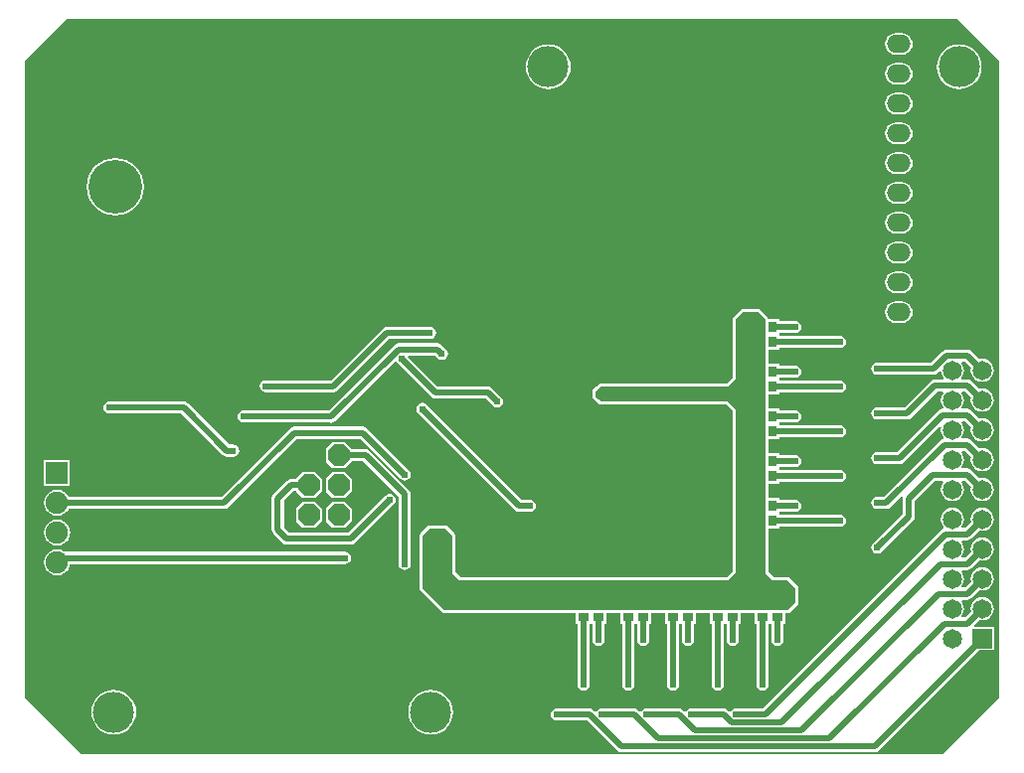
<source format=gbl>
G04 Layer_Physical_Order=2*
G04 Layer_Color=11436288*
%FSLAX24Y24*%
%MOIN*%
G70*
G01*
G75*
%ADD16R,0.0276X0.0335*%
%ADD31C,0.0200*%
%ADD34C,0.0750*%
%ADD35R,0.0750X0.0750*%
%ADD36P,0.0801X8X112.5*%
%ADD37C,0.0650*%
%ADD38R,0.0650X0.0650*%
%ADD39O,0.0800X0.0600*%
%ADD40C,0.1800*%
%ADD41C,0.0600*%
%ADD42O,0.0630X0.0500*%
%ADD43C,0.1378*%
%ADD44C,0.0240*%
%ADD45R,0.0335X0.0276*%
G36*
X42847Y47937D02*
Y26563D01*
X40937Y24653D01*
X12063D01*
X10153Y26563D01*
Y47937D01*
X11563Y49347D01*
X41437D01*
X42847Y47937D01*
D02*
G37*
%LPC*%
G36*
X19915Y34130D02*
X19485D01*
X19270Y33915D01*
Y33904D01*
X19100D01*
X19022Y33888D01*
X18956Y33844D01*
X18506Y33394D01*
X18462Y33328D01*
X18446Y33250D01*
Y32200D01*
X18462Y32122D01*
X18506Y32056D01*
X18806Y31756D01*
X18872Y31712D01*
X18950Y31696D01*
X21100D01*
X21178Y31712D01*
X21244Y31756D01*
X22544Y33056D01*
X22588Y33122D01*
X22604Y33200D01*
X22588Y33278D01*
X22544Y33344D01*
X22478Y33388D01*
X22400Y33404D01*
X22322Y33388D01*
X22256Y33344D01*
X21016Y32104D01*
X19034D01*
X18854Y32284D01*
Y33166D01*
X19184Y33496D01*
X19270D01*
Y33485D01*
X19485Y33270D01*
X19915D01*
X20130Y33485D01*
Y33915D01*
X19915Y34130D01*
D02*
G37*
G36*
X23500Y36454D02*
X23422Y36438D01*
X23356Y36394D01*
X23312Y36328D01*
X23296Y36250D01*
X23312Y36172D01*
X23356Y36106D01*
X26606Y32856D01*
X26672Y32812D01*
X26750Y32796D01*
X27100D01*
X27178Y32812D01*
X27244Y32856D01*
X27288Y32922D01*
X27304Y33000D01*
X27288Y33078D01*
X27244Y33144D01*
X27178Y33188D01*
X27100Y33204D01*
X26834D01*
X23644Y36394D01*
X23578Y36438D01*
X23500Y36454D01*
D02*
G37*
G36*
X20915Y33130D02*
X20485D01*
X20270Y32915D01*
Y32485D01*
X20485Y32270D01*
X20915D01*
X21130Y32485D01*
Y32915D01*
X20915Y33130D01*
D02*
G37*
G36*
Y34130D02*
X20485D01*
X20270Y33915D01*
Y33485D01*
X20485Y33270D01*
X20915D01*
X21130Y33485D01*
Y33915D01*
X20915Y34130D01*
D02*
G37*
G36*
X15500Y36504D02*
X13000D01*
X12922Y36488D01*
X12856Y36444D01*
X12812Y36378D01*
X12796Y36300D01*
X12812Y36222D01*
X12856Y36156D01*
X12922Y36112D01*
X13000Y36096D01*
X15416D01*
X16806Y34706D01*
X16872Y34662D01*
X16950Y34646D01*
X16950Y34646D01*
X17150D01*
X17228Y34662D01*
X17294Y34706D01*
X17338Y34772D01*
X17354Y34850D01*
X17338Y34928D01*
X17294Y34994D01*
X17228Y35038D01*
X17150Y35054D01*
X17034D01*
X15644Y36444D01*
X15578Y36488D01*
X15500Y36504D01*
D02*
G37*
G36*
X21500Y35654D02*
X19200D01*
X19122Y35638D01*
X19056Y35594D01*
X16766Y33304D01*
X11636D01*
X11630Y33319D01*
X11560Y33410D01*
X11469Y33480D01*
X11364Y33524D01*
X11250Y33539D01*
X11136Y33524D01*
X11031Y33480D01*
X10940Y33410D01*
X10870Y33319D01*
X10826Y33214D01*
X10811Y33100D01*
X10826Y32986D01*
X10870Y32881D01*
X10940Y32790D01*
X11031Y32720D01*
X11136Y32676D01*
X11250Y32661D01*
X11364Y32676D01*
X11469Y32720D01*
X11560Y32790D01*
X11630Y32881D01*
X11636Y32896D01*
X16850D01*
X16928Y32912D01*
X16994Y32956D01*
X19284Y35246D01*
X21416D01*
X22756Y33906D01*
X22822Y33862D01*
X22900Y33846D01*
X22978Y33862D01*
X23044Y33906D01*
X23088Y33972D01*
X23104Y34050D01*
X23088Y34128D01*
X23044Y34194D01*
X21644Y35594D01*
X21578Y35638D01*
X21500Y35654D01*
D02*
G37*
G36*
X11685Y34535D02*
X10815D01*
Y33665D01*
X11685D01*
Y34535D01*
D02*
G37*
G36*
X19915Y33130D02*
X19485D01*
X19270Y32915D01*
Y32485D01*
X19485Y32270D01*
X19915D01*
X20130Y32485D01*
Y32915D01*
X19915Y33130D01*
D02*
G37*
G36*
X34750Y39602D02*
X34250D01*
X34211Y39594D01*
X34178Y39572D01*
X33928Y39322D01*
X33906Y39289D01*
X33898Y39250D01*
Y37292D01*
X33708Y37102D01*
X29500D01*
X29487Y37099D01*
X29475Y37099D01*
X29468Y37096D01*
X29461Y37094D01*
X29450Y37087D01*
X29439Y37082D01*
X29239Y36932D01*
X29234Y36926D01*
X29228Y36922D01*
X29221Y36911D01*
X29212Y36902D01*
X29210Y36895D01*
X29206Y36889D01*
X29203Y36876D01*
X29199Y36864D01*
X29199Y36857D01*
X29198Y36850D01*
Y36650D01*
X29199Y36643D01*
X29199Y36636D01*
X29203Y36624D01*
X29206Y36611D01*
X29210Y36605D01*
X29212Y36598D01*
X29221Y36589D01*
X29228Y36578D01*
X29234Y36574D01*
X29239Y36568D01*
X29439Y36418D01*
X29450Y36413D01*
X29461Y36406D01*
X29468Y36404D01*
X29475Y36401D01*
X29487Y36401D01*
X29500Y36398D01*
X33708D01*
X33898Y36208D01*
Y30792D01*
X33708Y30602D01*
X24792D01*
X24602Y30792D01*
Y32000D01*
X24594Y32039D01*
X24572Y32072D01*
X24322Y32322D01*
X24289Y32344D01*
X24250Y32352D01*
X23750D01*
X23711Y32344D01*
X23678Y32322D01*
X23428Y32072D01*
X23406Y32039D01*
X23398Y32000D01*
Y30250D01*
X23406Y30211D01*
X23428Y30178D01*
X23928Y29678D01*
X24178Y29428D01*
X24211Y29406D01*
X24250Y29398D01*
X28633D01*
Y29036D01*
X28696D01*
Y27000D01*
X28712Y26922D01*
X28756Y26856D01*
X28822Y26812D01*
X28900Y26796D01*
X28978Y26812D01*
X29044Y26856D01*
X29088Y26922D01*
X29104Y27000D01*
Y29036D01*
X29196D01*
Y28500D01*
X29212Y28422D01*
X29256Y28356D01*
X29322Y28312D01*
X29400Y28296D01*
X29478Y28312D01*
X29544Y28356D01*
X29588Y28422D01*
X29604Y28500D01*
Y29036D01*
X29667D01*
Y29398D01*
X30133D01*
Y29036D01*
X30196D01*
Y27000D01*
X30212Y26922D01*
X30256Y26856D01*
X30322Y26812D01*
X30400Y26796D01*
X30478Y26812D01*
X30544Y26856D01*
X30588Y26922D01*
X30604Y27000D01*
Y29036D01*
X30696D01*
Y28500D01*
X30712Y28422D01*
X30756Y28356D01*
X30756Y28356D01*
X30822Y28312D01*
X30900Y28296D01*
X30978Y28312D01*
X31044Y28356D01*
X31088Y28422D01*
X31104Y28500D01*
X31104Y28500D01*
Y29036D01*
X31167D01*
Y29398D01*
X31633D01*
Y29036D01*
X31696D01*
Y27000D01*
X31712Y26922D01*
X31756Y26856D01*
X31822Y26812D01*
X31900Y26796D01*
X31978Y26812D01*
X32044Y26856D01*
X32088Y26922D01*
X32104Y27000D01*
Y29036D01*
X32196D01*
Y28500D01*
X32212Y28422D01*
X32256Y28356D01*
X32322Y28312D01*
X32400Y28296D01*
X32478Y28312D01*
X32544Y28356D01*
X32588Y28422D01*
X32604Y28500D01*
Y29036D01*
X32667D01*
Y29398D01*
X33133D01*
Y29036D01*
X33196D01*
Y27000D01*
X33212Y26922D01*
X33256Y26856D01*
X33322Y26812D01*
X33400Y26796D01*
X33478Y26812D01*
X33544Y26856D01*
X33588Y26922D01*
X33604Y27000D01*
Y29036D01*
X33696D01*
Y28500D01*
X33712Y28422D01*
X33756Y28356D01*
X33756Y28356D01*
X33822Y28312D01*
X33900Y28296D01*
X33978Y28312D01*
X34044Y28356D01*
X34088Y28422D01*
X34104Y28500D01*
X34104Y28500D01*
Y29036D01*
X34167D01*
Y29398D01*
X34633D01*
Y29036D01*
X34696D01*
Y27000D01*
X34712Y26922D01*
X34756Y26856D01*
X34756Y26856D01*
X34822Y26812D01*
X34900Y26796D01*
X34978Y26812D01*
X35044Y26856D01*
X35088Y26922D01*
X35104Y27000D01*
X35104Y27000D01*
Y29036D01*
X35196D01*
Y28500D01*
X35212Y28422D01*
X35256Y28356D01*
X35256Y28356D01*
X35322Y28312D01*
X35400Y28296D01*
X35478Y28312D01*
X35544Y28356D01*
X35588Y28422D01*
X35604Y28500D01*
X35604Y28500D01*
Y29036D01*
X35667D01*
Y29398D01*
X35750D01*
X35789Y29406D01*
X35822Y29428D01*
X36072Y29678D01*
X36094Y29711D01*
X36102Y29750D01*
Y30250D01*
X36094Y30289D01*
X36072Y30322D01*
X35822Y30572D01*
X35789Y30594D01*
X35750Y30602D01*
X35292D01*
X35102Y30792D01*
Y32233D01*
X35464D01*
Y32296D01*
X37500D01*
X37578Y32312D01*
X37644Y32356D01*
X37688Y32422D01*
X37704Y32500D01*
X37688Y32578D01*
X37644Y32644D01*
X37578Y32688D01*
X37500Y32704D01*
X35464D01*
Y32733D01*
Y32796D01*
X36000D01*
X36078Y32812D01*
X36144Y32856D01*
X36188Y32922D01*
X36204Y33000D01*
X36188Y33078D01*
X36144Y33144D01*
X36078Y33188D01*
X36000Y33204D01*
X35464D01*
Y33267D01*
X35102D01*
Y33733D01*
X35464D01*
Y33796D01*
X37500D01*
X37578Y33812D01*
X37644Y33856D01*
X37688Y33922D01*
X37704Y34000D01*
X37688Y34078D01*
X37644Y34144D01*
X37578Y34188D01*
X37500Y34204D01*
X35464D01*
Y34233D01*
Y34296D01*
X36000D01*
X36078Y34312D01*
X36144Y34356D01*
X36188Y34422D01*
X36204Y34500D01*
X36188Y34578D01*
X36144Y34644D01*
X36078Y34688D01*
X36000Y34704D01*
X35464D01*
Y34767D01*
X35102D01*
Y35233D01*
X35464D01*
Y35296D01*
X37500D01*
X37578Y35312D01*
X37644Y35356D01*
X37688Y35422D01*
X37704Y35500D01*
X37688Y35578D01*
X37644Y35644D01*
X37578Y35688D01*
X37500Y35704D01*
X35464D01*
Y35733D01*
Y35796D01*
X36000D01*
X36078Y35812D01*
X36144Y35856D01*
X36188Y35922D01*
X36204Y36000D01*
X36188Y36078D01*
X36144Y36144D01*
X36078Y36188D01*
X36000Y36204D01*
X35464D01*
Y36267D01*
X35102D01*
Y36733D01*
X35464D01*
Y36796D01*
X37500D01*
X37578Y36812D01*
X37644Y36856D01*
X37688Y36922D01*
X37704Y37000D01*
X37688Y37078D01*
X37644Y37144D01*
X37578Y37188D01*
X37500Y37204D01*
X35464D01*
Y37233D01*
Y37296D01*
X36000D01*
X36078Y37312D01*
X36144Y37356D01*
X36188Y37422D01*
X36204Y37500D01*
X36188Y37578D01*
X36144Y37644D01*
X36078Y37688D01*
X36000Y37704D01*
X35464D01*
Y37767D01*
X35102D01*
Y38233D01*
X35464D01*
Y38296D01*
X37500D01*
X37578Y38312D01*
X37644Y38356D01*
X37688Y38422D01*
X37704Y38500D01*
X37688Y38578D01*
X37644Y38644D01*
X37578Y38688D01*
X37500Y38704D01*
X35464D01*
Y38733D01*
Y38796D01*
X36000D01*
X36078Y38812D01*
X36144Y38856D01*
X36188Y38922D01*
X36204Y39000D01*
X36188Y39078D01*
X36144Y39144D01*
X36078Y39188D01*
X36000Y39204D01*
X35464D01*
Y39267D01*
X35089D01*
X35083Y39300D01*
X35061Y39334D01*
X34822Y39572D01*
X34789Y39594D01*
X34750Y39602D01*
D02*
G37*
G36*
X23780Y26827D02*
X23633Y26813D01*
X23492Y26770D01*
X23361Y26701D01*
X23247Y26607D01*
X23154Y26493D01*
X23084Y26363D01*
X23041Y26222D01*
X23027Y26075D01*
X23041Y25928D01*
X23084Y25787D01*
X23154Y25657D01*
X23247Y25543D01*
X23361Y25449D01*
X23492Y25379D01*
X23633Y25337D01*
X23780Y25322D01*
X23926Y25337D01*
X24068Y25379D01*
X24198Y25449D01*
X24312Y25543D01*
X24405Y25657D01*
X24475Y25787D01*
X24518Y25928D01*
X24532Y26075D01*
X24518Y26222D01*
X24475Y26363D01*
X24405Y26493D01*
X24312Y26607D01*
X24198Y26701D01*
X24068Y26770D01*
X23926Y26813D01*
X23780Y26827D01*
D02*
G37*
G36*
X13150D02*
X13003Y26813D01*
X12862Y26770D01*
X12731Y26701D01*
X12617Y26607D01*
X12524Y26493D01*
X12454Y26363D01*
X12411Y26222D01*
X12397Y26075D01*
X12411Y25928D01*
X12454Y25787D01*
X12524Y25657D01*
X12617Y25543D01*
X12731Y25449D01*
X12862Y25379D01*
X13003Y25337D01*
X13150Y25322D01*
X13296Y25337D01*
X13438Y25379D01*
X13568Y25449D01*
X13682Y25543D01*
X13775Y25657D01*
X13845Y25787D01*
X13888Y25928D01*
X13902Y26075D01*
X13888Y26222D01*
X13845Y26363D01*
X13775Y26493D01*
X13682Y26607D01*
X13568Y26701D01*
X13438Y26770D01*
X13296Y26813D01*
X13150Y26827D01*
D02*
G37*
G36*
X11250Y31539D02*
X11136Y31524D01*
X11031Y31480D01*
X10940Y31410D01*
X10870Y31319D01*
X10826Y31214D01*
X10811Y31100D01*
X10826Y30986D01*
X10870Y30881D01*
X10940Y30790D01*
X11031Y30720D01*
X11136Y30676D01*
X11250Y30661D01*
X11364Y30676D01*
X11469Y30720D01*
X11560Y30790D01*
X11630Y30881D01*
X11674Y30986D01*
X11682Y31046D01*
X20900D01*
X20978Y31062D01*
X21044Y31106D01*
X21088Y31172D01*
X21104Y31250D01*
X21088Y31328D01*
X21044Y31394D01*
X20978Y31438D01*
X20900Y31454D01*
X11503D01*
X11469Y31480D01*
X11364Y31524D01*
X11250Y31539D01*
D02*
G37*
G36*
X42270Y32938D02*
X42169Y32925D01*
X42076Y32886D01*
X41995Y32825D01*
X41934Y32744D01*
X41895Y32650D01*
X41882Y32550D01*
X41893Y32462D01*
X41686Y32254D01*
X41591D01*
X41566Y32304D01*
X41606Y32356D01*
X41645Y32450D01*
X41658Y32550D01*
X41645Y32650D01*
X41606Y32744D01*
X41545Y32825D01*
X41464Y32886D01*
X41371Y32925D01*
X41270Y32938D01*
X41169Y32925D01*
X41076Y32886D01*
X40995Y32825D01*
X40934Y32744D01*
X40895Y32650D01*
X40882Y32550D01*
X40895Y32450D01*
X40934Y32356D01*
X40983Y32292D01*
X40973Y32244D01*
X40966Y32235D01*
X40906Y32194D01*
X34916Y26204D01*
X34000D01*
X33922Y26188D01*
X33856Y26144D01*
X33835Y26112D01*
X33785Y26108D01*
X33748Y26144D01*
X33682Y26188D01*
X33604Y26204D01*
X32500D01*
X32422Y26188D01*
X32356Y26144D01*
X32335Y26112D01*
X32285Y26108D01*
X32248Y26144D01*
X32182Y26188D01*
X32104Y26204D01*
X31000D01*
X30922Y26188D01*
X30856Y26144D01*
X30835Y26112D01*
X30785Y26108D01*
X30748Y26144D01*
X30682Y26188D01*
X30604Y26204D01*
X29500D01*
X29422Y26188D01*
X29356Y26144D01*
X29335Y26112D01*
X29285Y26108D01*
X29248Y26144D01*
X29182Y26188D01*
X29104Y26204D01*
X28000D01*
X27922Y26188D01*
X27856Y26144D01*
X27812Y26078D01*
X27796Y26000D01*
X27812Y25922D01*
X27856Y25856D01*
X27922Y25812D01*
X28000Y25796D01*
X29020D01*
X30020Y24796D01*
X30086Y24752D01*
X30164Y24736D01*
X38660D01*
X38738Y24752D01*
X38804Y24796D01*
X42173Y28165D01*
X42655D01*
Y28935D01*
X42009D01*
X41990Y28981D01*
X42182Y29173D01*
X42270Y29162D01*
X42371Y29175D01*
X42464Y29214D01*
X42545Y29275D01*
X42606Y29356D01*
X42645Y29450D01*
X42658Y29550D01*
X42645Y29650D01*
X42606Y29744D01*
X42545Y29825D01*
X42464Y29886D01*
X42371Y29925D01*
X42270Y29938D01*
X42169Y29925D01*
X42076Y29886D01*
X41995Y29825D01*
X41934Y29744D01*
X41895Y29650D01*
X41882Y29550D01*
X41893Y29462D01*
X41686Y29254D01*
X41591D01*
X41566Y29304D01*
X41606Y29356D01*
X41645Y29450D01*
X41658Y29550D01*
X41645Y29650D01*
X41606Y29744D01*
X41566Y29796D01*
X41591Y29846D01*
X41770D01*
X41848Y29862D01*
X41914Y29906D01*
X42182Y30173D01*
X42270Y30162D01*
X42371Y30175D01*
X42464Y30214D01*
X42545Y30275D01*
X42606Y30356D01*
X42645Y30450D01*
X42658Y30550D01*
X42645Y30650D01*
X42606Y30744D01*
X42545Y30825D01*
X42464Y30886D01*
X42371Y30925D01*
X42270Y30938D01*
X42169Y30925D01*
X42076Y30886D01*
X41995Y30825D01*
X41934Y30744D01*
X41895Y30650D01*
X41882Y30550D01*
X41893Y30462D01*
X41686Y30254D01*
X41591D01*
X41566Y30304D01*
X41606Y30356D01*
X41645Y30450D01*
X41658Y30550D01*
X41645Y30650D01*
X41606Y30744D01*
X41566Y30796D01*
X41591Y30846D01*
X41770D01*
X41848Y30862D01*
X41914Y30906D01*
X42182Y31173D01*
X42270Y31162D01*
X42371Y31175D01*
X42464Y31214D01*
X42545Y31275D01*
X42606Y31356D01*
X42645Y31449D01*
X42658Y31550D01*
X42645Y31651D01*
X42606Y31744D01*
X42545Y31825D01*
X42464Y31886D01*
X42371Y31925D01*
X42270Y31938D01*
X42169Y31925D01*
X42076Y31886D01*
X41995Y31825D01*
X41934Y31744D01*
X41895Y31651D01*
X41882Y31550D01*
X41893Y31462D01*
X41686Y31254D01*
X41591D01*
X41566Y31304D01*
X41606Y31356D01*
X41645Y31449D01*
X41658Y31550D01*
X41645Y31651D01*
X41606Y31744D01*
X41566Y31796D01*
X41591Y31846D01*
X41770D01*
X41848Y31862D01*
X41914Y31906D01*
X42182Y32173D01*
X42270Y32162D01*
X42371Y32175D01*
X42464Y32214D01*
X42545Y32275D01*
X42606Y32356D01*
X42645Y32450D01*
X42658Y32550D01*
X42645Y32650D01*
X42606Y32744D01*
X42545Y32825D01*
X42464Y32886D01*
X42371Y32925D01*
X42270Y32938D01*
D02*
G37*
G36*
X11250Y32539D02*
X11136Y32524D01*
X11031Y32480D01*
X10940Y32410D01*
X10870Y32319D01*
X10826Y32214D01*
X10811Y32100D01*
X10826Y31986D01*
X10870Y31881D01*
X10940Y31790D01*
X11031Y31720D01*
X11136Y31676D01*
X11250Y31661D01*
X11364Y31676D01*
X11469Y31720D01*
X11560Y31790D01*
X11630Y31881D01*
X11674Y31986D01*
X11689Y32100D01*
X11674Y32214D01*
X11630Y32319D01*
X11560Y32410D01*
X11469Y32480D01*
X11364Y32524D01*
X11250Y32539D01*
D02*
G37*
G36*
X20915Y35130D02*
X20485D01*
X20270Y34915D01*
Y34485D01*
X20485Y34270D01*
X20915D01*
X21130Y34485D01*
Y34496D01*
X21516D01*
X22696Y33316D01*
Y31050D01*
X22712Y30972D01*
X22756Y30906D01*
X22822Y30862D01*
X22900Y30846D01*
X22978Y30862D01*
X23044Y30906D01*
X23088Y30972D01*
X23104Y31050D01*
Y33400D01*
X23104Y33400D01*
X23088Y33478D01*
X23044Y33544D01*
X21744Y34844D01*
X21678Y34888D01*
X21600Y34904D01*
X21130D01*
Y34915D01*
X20915Y35130D01*
D02*
G37*
G36*
X39570Y45863D02*
X39370D01*
X39276Y45851D01*
X39188Y45814D01*
X39113Y45757D01*
X39056Y45682D01*
X39019Y45594D01*
X39007Y45500D01*
X39019Y45406D01*
X39056Y45318D01*
X39113Y45243D01*
X39188Y45186D01*
X39276Y45149D01*
X39370Y45137D01*
X39570D01*
X39664Y45149D01*
X39752Y45186D01*
X39827Y45243D01*
X39884Y45318D01*
X39921Y45406D01*
X39933Y45500D01*
X39921Y45594D01*
X39884Y45682D01*
X39827Y45757D01*
X39752Y45814D01*
X39664Y45851D01*
X39570Y45863D01*
D02*
G37*
G36*
Y46863D02*
X39370D01*
X39276Y46851D01*
X39188Y46814D01*
X39113Y46757D01*
X39056Y46682D01*
X39019Y46594D01*
X39007Y46500D01*
X39019Y46406D01*
X39056Y46318D01*
X39113Y46243D01*
X39188Y46186D01*
X39276Y46149D01*
X39370Y46137D01*
X39570D01*
X39664Y46149D01*
X39752Y46186D01*
X39827Y46243D01*
X39884Y46318D01*
X39921Y46406D01*
X39933Y46500D01*
X39921Y46594D01*
X39884Y46682D01*
X39827Y46757D01*
X39752Y46814D01*
X39664Y46851D01*
X39570Y46863D01*
D02*
G37*
G36*
Y43863D02*
X39370D01*
X39276Y43851D01*
X39188Y43814D01*
X39113Y43757D01*
X39056Y43682D01*
X39019Y43594D01*
X39007Y43500D01*
X39019Y43406D01*
X39056Y43318D01*
X39113Y43243D01*
X39188Y43186D01*
X39276Y43149D01*
X39370Y43137D01*
X39570D01*
X39664Y43149D01*
X39752Y43186D01*
X39827Y43243D01*
X39884Y43318D01*
X39921Y43406D01*
X39933Y43500D01*
X39921Y43594D01*
X39884Y43682D01*
X39827Y43757D01*
X39752Y43814D01*
X39664Y43851D01*
X39570Y43863D01*
D02*
G37*
G36*
Y44863D02*
X39370D01*
X39276Y44851D01*
X39188Y44814D01*
X39113Y44757D01*
X39056Y44682D01*
X39019Y44594D01*
X39007Y44500D01*
X39019Y44406D01*
X39056Y44318D01*
X39113Y44243D01*
X39188Y44186D01*
X39276Y44149D01*
X39370Y44137D01*
X39570D01*
X39664Y44149D01*
X39752Y44186D01*
X39827Y44243D01*
X39884Y44318D01*
X39921Y44406D01*
X39933Y44500D01*
X39921Y44594D01*
X39884Y44682D01*
X39827Y44757D01*
X39752Y44814D01*
X39664Y44851D01*
X39570Y44863D01*
D02*
G37*
G36*
Y47863D02*
X39370D01*
X39276Y47851D01*
X39188Y47814D01*
X39113Y47757D01*
X39056Y47682D01*
X39019Y47594D01*
X39007Y47500D01*
X39019Y47406D01*
X39056Y47318D01*
X39113Y47243D01*
X39188Y47186D01*
X39276Y47149D01*
X39370Y47137D01*
X39570D01*
X39664Y47149D01*
X39752Y47186D01*
X39827Y47243D01*
X39884Y47318D01*
X39921Y47406D01*
X39933Y47500D01*
X39921Y47594D01*
X39884Y47682D01*
X39827Y47757D01*
X39752Y47814D01*
X39664Y47851D01*
X39570Y47863D01*
D02*
G37*
G36*
Y48863D02*
X39370D01*
X39276Y48851D01*
X39188Y48814D01*
X39113Y48757D01*
X39056Y48682D01*
X39019Y48594D01*
X39007Y48500D01*
X39019Y48406D01*
X39056Y48318D01*
X39113Y48243D01*
X39188Y48186D01*
X39276Y48149D01*
X39370Y48137D01*
X39570D01*
X39664Y48149D01*
X39752Y48186D01*
X39827Y48243D01*
X39884Y48318D01*
X39921Y48406D01*
X39933Y48500D01*
X39921Y48594D01*
X39884Y48682D01*
X39827Y48757D01*
X39752Y48814D01*
X39664Y48851D01*
X39570Y48863D01*
D02*
G37*
G36*
X27717Y48481D02*
X27570Y48466D01*
X27429Y48424D01*
X27298Y48354D01*
X27184Y48261D01*
X27091Y48146D01*
X27021Y48016D01*
X26978Y47875D01*
X26964Y47728D01*
X26978Y47582D01*
X27021Y47440D01*
X27091Y47310D01*
X27184Y47196D01*
X27298Y47103D01*
X27429Y47033D01*
X27570Y46990D01*
X27717Y46976D01*
X27863Y46990D01*
X28005Y47033D01*
X28135Y47103D01*
X28249Y47196D01*
X28342Y47310D01*
X28412Y47440D01*
X28455Y47582D01*
X28469Y47728D01*
X28455Y47875D01*
X28412Y48016D01*
X28342Y48146D01*
X28249Y48261D01*
X28135Y48354D01*
X28005Y48424D01*
X27863Y48466D01*
X27717Y48481D01*
D02*
G37*
G36*
X41496D02*
X41349Y48466D01*
X41208Y48424D01*
X41078Y48354D01*
X40964Y48261D01*
X40870Y48146D01*
X40801Y48016D01*
X40758Y47875D01*
X40743Y47728D01*
X40758Y47582D01*
X40801Y47440D01*
X40870Y47310D01*
X40964Y47196D01*
X41078Y47103D01*
X41208Y47033D01*
X41349Y46990D01*
X41496Y46976D01*
X41643Y46990D01*
X41784Y47033D01*
X41914Y47103D01*
X42028Y47196D01*
X42122Y47310D01*
X42191Y47440D01*
X42234Y47582D01*
X42249Y47728D01*
X42234Y47875D01*
X42191Y48016D01*
X42122Y48146D01*
X42028Y48261D01*
X41914Y48354D01*
X41784Y48424D01*
X41643Y48466D01*
X41496Y48481D01*
D02*
G37*
G36*
X24000Y38454D02*
X22700D01*
X22622Y38438D01*
X22556Y38394D01*
X20366Y36204D01*
X17500D01*
X17422Y36188D01*
X17356Y36144D01*
X17312Y36078D01*
X17296Y36000D01*
X17312Y35922D01*
X17356Y35856D01*
X17422Y35812D01*
X17500Y35796D01*
X20369D01*
X20437Y35783D01*
X20515Y35798D01*
X20581Y35842D01*
X22569Y37830D01*
X22631Y37822D01*
X22656Y37786D01*
X23786Y36656D01*
X23852Y36612D01*
X23930Y36596D01*
X23930Y36596D01*
X25616D01*
X25856Y36356D01*
X25922Y36312D01*
X26000Y36296D01*
X26078Y36312D01*
X26144Y36356D01*
X26188Y36422D01*
X26204Y36500D01*
X26188Y36578D01*
X26144Y36644D01*
X25844Y36944D01*
X25778Y36988D01*
X25700Y37004D01*
X24014D01*
X23018Y38000D01*
X23038Y38046D01*
X23916D01*
X24006Y37956D01*
X24072Y37912D01*
X24150Y37896D01*
X24228Y37912D01*
X24294Y37956D01*
X24338Y38022D01*
X24354Y38100D01*
X24338Y38178D01*
X24294Y38244D01*
X24144Y38394D01*
X24078Y38438D01*
X24000Y38454D01*
D02*
G37*
G36*
X39570Y39863D02*
X39370D01*
X39276Y39851D01*
X39188Y39814D01*
X39113Y39757D01*
X39056Y39682D01*
X39019Y39594D01*
X39007Y39500D01*
X39019Y39406D01*
X39056Y39318D01*
X39113Y39243D01*
X39188Y39186D01*
X39276Y39149D01*
X39370Y39137D01*
X39570D01*
X39664Y39149D01*
X39752Y39186D01*
X39827Y39243D01*
X39884Y39318D01*
X39921Y39406D01*
X39933Y39500D01*
X39921Y39594D01*
X39884Y39682D01*
X39827Y39757D01*
X39752Y39814D01*
X39664Y39851D01*
X39570Y39863D01*
D02*
G37*
G36*
X22300Y39004D02*
X22222Y38988D01*
X22156Y38944D01*
X22156Y38944D01*
X20426Y37214D01*
X18250D01*
X18172Y37199D01*
X18106Y37154D01*
X18062Y37088D01*
X18046Y37010D01*
X18062Y36932D01*
X18106Y36866D01*
X18172Y36822D01*
X18250Y36806D01*
X20510D01*
X20588Y36822D01*
X20654Y36866D01*
X22384Y38596D01*
X23750D01*
X23828Y38612D01*
X23894Y38656D01*
X23938Y38722D01*
X23954Y38800D01*
X23938Y38878D01*
X23894Y38944D01*
X23828Y38988D01*
X23750Y39004D01*
X22300D01*
X22300Y39004D01*
D02*
G37*
G36*
X41785Y38239D02*
X41069D01*
X40991Y38223D01*
X40925Y38179D01*
X40550Y37804D01*
X38750D01*
X38672Y37788D01*
X38606Y37744D01*
X38562Y37678D01*
X38546Y37600D01*
X38562Y37522D01*
X38606Y37456D01*
X38672Y37412D01*
X38750Y37396D01*
X40634D01*
X40712Y37412D01*
X40778Y37456D01*
X40836Y37514D01*
X40889Y37496D01*
X40895Y37450D01*
X40934Y37356D01*
X40985Y37289D01*
X40966Y37239D01*
X40685D01*
X40685Y37239D01*
X40607Y37223D01*
X40541Y37179D01*
X39666Y36304D01*
X38750D01*
X38672Y36288D01*
X38606Y36244D01*
X38562Y36178D01*
X38546Y36100D01*
X38562Y36022D01*
X38606Y35956D01*
X38672Y35912D01*
X38750Y35896D01*
X39750D01*
X39828Y35912D01*
X39894Y35956D01*
X40769Y36831D01*
X40937D01*
X40962Y36781D01*
X40934Y36744D01*
X40895Y36651D01*
X40882Y36550D01*
X40895Y36449D01*
X40934Y36356D01*
X40974Y36304D01*
X40950Y36254D01*
X40950Y36254D01*
X40872Y36238D01*
X40806Y36194D01*
X39416Y34804D01*
X38750D01*
X38672Y34788D01*
X38606Y34744D01*
X38562Y34678D01*
X38546Y34600D01*
X38562Y34522D01*
X38606Y34456D01*
X38672Y34412D01*
X38750Y34396D01*
X39500D01*
X39578Y34412D01*
X39644Y34456D01*
X40845Y35657D01*
X40893Y35634D01*
X40882Y35550D01*
X40895Y35450D01*
X40934Y35356D01*
X40976Y35300D01*
X40956Y35245D01*
X40922Y35238D01*
X40895Y35221D01*
X40856Y35194D01*
X40856Y35194D01*
X38966Y33304D01*
X38750D01*
X38672Y33288D01*
X38606Y33244D01*
X38562Y33178D01*
X38546Y33100D01*
X38562Y33022D01*
X38606Y32956D01*
X38672Y32912D01*
X38750Y32896D01*
X39050D01*
X39128Y32912D01*
X39194Y32956D01*
X39559Y33321D01*
X39605Y33296D01*
X39596Y33250D01*
Y32734D01*
X38606Y31744D01*
X38562Y31678D01*
X38546Y31600D01*
X38562Y31522D01*
X38606Y31456D01*
X38672Y31412D01*
X38750Y31396D01*
X38828Y31412D01*
X38894Y31456D01*
X39944Y32506D01*
X39988Y32572D01*
X40004Y32650D01*
Y33166D01*
X40684Y33846D01*
X40949D01*
X40974Y33796D01*
X40934Y33744D01*
X40895Y33651D01*
X40882Y33550D01*
X40895Y33449D01*
X40934Y33356D01*
X40995Y33275D01*
X41076Y33214D01*
X41169Y33175D01*
X41270Y33162D01*
X41371Y33175D01*
X41464Y33214D01*
X41545Y33275D01*
X41606Y33356D01*
X41645Y33449D01*
X41658Y33550D01*
X41645Y33651D01*
X41606Y33744D01*
X41566Y33796D01*
X41591Y33846D01*
X41686D01*
X41893Y33638D01*
X41882Y33550D01*
X41895Y33449D01*
X41934Y33356D01*
X41995Y33275D01*
X42076Y33214D01*
X42169Y33175D01*
X42270Y33162D01*
X42371Y33175D01*
X42464Y33214D01*
X42545Y33275D01*
X42606Y33356D01*
X42645Y33449D01*
X42658Y33550D01*
X42645Y33651D01*
X42606Y33744D01*
X42545Y33825D01*
X42464Y33886D01*
X42371Y33925D01*
X42270Y33938D01*
X42182Y33927D01*
X41914Y34194D01*
X41848Y34238D01*
X41770Y34254D01*
X41591D01*
X41566Y34304D01*
X41606Y34356D01*
X41645Y34450D01*
X41658Y34550D01*
X41645Y34650D01*
X41606Y34744D01*
X41566Y34796D01*
X41591Y34846D01*
X41686D01*
X41893Y34638D01*
X41882Y34550D01*
X41895Y34450D01*
X41934Y34356D01*
X41995Y34275D01*
X42076Y34214D01*
X42169Y34175D01*
X42270Y34162D01*
X42371Y34175D01*
X42464Y34214D01*
X42545Y34275D01*
X42606Y34356D01*
X42645Y34450D01*
X42658Y34550D01*
X42645Y34650D01*
X42606Y34744D01*
X42545Y34825D01*
X42464Y34886D01*
X42371Y34925D01*
X42270Y34938D01*
X42182Y34927D01*
X41914Y35194D01*
X41848Y35238D01*
X41770Y35254D01*
X41591D01*
X41566Y35304D01*
X41606Y35356D01*
X41645Y35450D01*
X41658Y35550D01*
X41645Y35650D01*
X41606Y35744D01*
X41566Y35796D01*
X41591Y35846D01*
X41686D01*
X41893Y35638D01*
X41882Y35550D01*
X41895Y35450D01*
X41934Y35356D01*
X41995Y35275D01*
X42076Y35214D01*
X42169Y35175D01*
X42270Y35162D01*
X42371Y35175D01*
X42464Y35214D01*
X42545Y35275D01*
X42606Y35356D01*
X42645Y35450D01*
X42658Y35550D01*
X42645Y35650D01*
X42606Y35744D01*
X42545Y35825D01*
X42464Y35886D01*
X42371Y35925D01*
X42270Y35938D01*
X42182Y35927D01*
X41914Y36194D01*
X41848Y36238D01*
X41770Y36254D01*
X41591D01*
X41566Y36304D01*
X41606Y36356D01*
X41645Y36449D01*
X41658Y36550D01*
X41645Y36651D01*
X41606Y36744D01*
X41578Y36781D01*
X41603Y36831D01*
X41701D01*
X41893Y36638D01*
X41882Y36550D01*
X41895Y36449D01*
X41934Y36356D01*
X41995Y36275D01*
X42076Y36214D01*
X42169Y36175D01*
X42270Y36162D01*
X42371Y36175D01*
X42464Y36214D01*
X42545Y36275D01*
X42606Y36356D01*
X42645Y36449D01*
X42658Y36550D01*
X42645Y36651D01*
X42606Y36744D01*
X42545Y36825D01*
X42464Y36886D01*
X42371Y36925D01*
X42270Y36938D01*
X42182Y36927D01*
X41929Y37179D01*
X41863Y37223D01*
X41785Y37239D01*
X41574D01*
X41555Y37289D01*
X41606Y37356D01*
X41645Y37450D01*
X41658Y37550D01*
X41645Y37650D01*
X41606Y37744D01*
X41578Y37781D01*
X41603Y37831D01*
X41701D01*
X41893Y37638D01*
X41882Y37550D01*
X41895Y37450D01*
X41934Y37356D01*
X41995Y37275D01*
X42076Y37214D01*
X42169Y37175D01*
X42270Y37162D01*
X42371Y37175D01*
X42464Y37214D01*
X42545Y37275D01*
X42606Y37356D01*
X42645Y37450D01*
X42658Y37550D01*
X42645Y37650D01*
X42606Y37744D01*
X42545Y37825D01*
X42464Y37886D01*
X42371Y37925D01*
X42270Y37938D01*
X42182Y37927D01*
X41929Y38179D01*
X41863Y38223D01*
X41785Y38239D01*
D02*
G37*
G36*
X39570Y42863D02*
X39370D01*
X39276Y42851D01*
X39188Y42814D01*
X39113Y42757D01*
X39056Y42682D01*
X39019Y42594D01*
X39007Y42500D01*
X39019Y42406D01*
X39056Y42318D01*
X39113Y42243D01*
X39188Y42186D01*
X39276Y42149D01*
X39370Y42137D01*
X39570D01*
X39664Y42149D01*
X39752Y42186D01*
X39827Y42243D01*
X39884Y42318D01*
X39921Y42406D01*
X39933Y42500D01*
X39921Y42594D01*
X39884Y42682D01*
X39827Y42757D01*
X39752Y42814D01*
X39664Y42851D01*
X39570Y42863D01*
D02*
G37*
G36*
X13200Y44671D02*
X13012Y44652D01*
X12831Y44598D01*
X12664Y44508D01*
X12518Y44388D01*
X12398Y44242D01*
X12309Y44075D01*
X12254Y43894D01*
X12235Y43706D01*
X12254Y43518D01*
X12309Y43337D01*
X12398Y43170D01*
X12518Y43024D01*
X12664Y42904D01*
X12831Y42815D01*
X13012Y42760D01*
X13200Y42742D01*
X13388Y42760D01*
X13569Y42815D01*
X13736Y42904D01*
X13882Y43024D01*
X14002Y43170D01*
X14091Y43337D01*
X14146Y43518D01*
X14165Y43706D01*
X14146Y43894D01*
X14091Y44075D01*
X14002Y44242D01*
X13882Y44388D01*
X13736Y44508D01*
X13569Y44598D01*
X13388Y44652D01*
X13200Y44671D01*
D02*
G37*
G36*
X39570Y41863D02*
X39370D01*
X39276Y41851D01*
X39188Y41814D01*
X39113Y41757D01*
X39056Y41682D01*
X39019Y41594D01*
X39007Y41500D01*
X39019Y41406D01*
X39056Y41318D01*
X39113Y41243D01*
X39188Y41186D01*
X39276Y41149D01*
X39370Y41137D01*
X39570D01*
X39664Y41149D01*
X39752Y41186D01*
X39827Y41243D01*
X39884Y41318D01*
X39921Y41406D01*
X39933Y41500D01*
X39921Y41594D01*
X39884Y41682D01*
X39827Y41757D01*
X39752Y41814D01*
X39664Y41851D01*
X39570Y41863D01*
D02*
G37*
G36*
Y40863D02*
X39370D01*
X39276Y40851D01*
X39188Y40814D01*
X39113Y40757D01*
X39056Y40682D01*
X39019Y40594D01*
X39007Y40500D01*
X39019Y40406D01*
X39056Y40318D01*
X39113Y40243D01*
X39188Y40186D01*
X39276Y40149D01*
X39370Y40137D01*
X39570D01*
X39664Y40149D01*
X39752Y40186D01*
X39827Y40243D01*
X39884Y40318D01*
X39921Y40406D01*
X39933Y40500D01*
X39921Y40594D01*
X39884Y40682D01*
X39827Y40757D01*
X39752Y40814D01*
X39664Y40851D01*
X39570Y40863D01*
D02*
G37*
%LPD*%
G36*
X34989Y39261D02*
Y38733D01*
Y38233D01*
X35000D01*
Y37767D01*
X34989D01*
Y37233D01*
Y36733D01*
X35000D01*
Y36267D01*
X34989D01*
Y35733D01*
Y35233D01*
X35000D01*
Y34767D01*
X34989D01*
Y34233D01*
Y33733D01*
X35000D01*
Y33267D01*
X34989D01*
Y32733D01*
Y32233D01*
X35000D01*
Y30750D01*
X35250Y30500D01*
X35750D01*
X36000Y30250D01*
Y29750D01*
X35750Y29500D01*
X35667D01*
Y29511D01*
X34633D01*
Y29500D01*
X34167D01*
Y29511D01*
X33133D01*
Y29500D01*
X32667D01*
Y29511D01*
X31633D01*
Y29500D01*
X31167D01*
Y29511D01*
X30133D01*
Y29500D01*
X29667D01*
Y29511D01*
X28633D01*
Y29500D01*
X24250D01*
X24000Y29750D01*
X23500Y30250D01*
Y32000D01*
X23750Y32250D01*
X24250D01*
X24500Y32000D01*
Y30750D01*
X24750Y30500D01*
X33750D01*
X34000Y30750D01*
Y36250D01*
X33750Y36500D01*
X29500D01*
X29300Y36650D01*
Y36850D01*
X29500Y37000D01*
X33750D01*
X34000Y37250D01*
Y39250D01*
X34250Y39500D01*
X34750D01*
X34989Y39261D01*
D02*
G37*
D16*
X34774Y39000D02*
D03*
X35226D02*
D03*
X34774Y38500D02*
D03*
X35226D02*
D03*
X34774Y37500D02*
D03*
X35226D02*
D03*
X34774Y37000D02*
D03*
X35226D02*
D03*
X34774Y36000D02*
D03*
X35226D02*
D03*
X34774Y35500D02*
D03*
X35226D02*
D03*
X34774Y34500D02*
D03*
X35226D02*
D03*
X34774Y34000D02*
D03*
X35226D02*
D03*
X34774Y33000D02*
D03*
X35226D02*
D03*
X34774Y32500D02*
D03*
X35226D02*
D03*
D31*
X38750Y37600D02*
X40634D01*
X41069Y38035D01*
X41785D01*
X42270Y37550D01*
X38750Y36100D02*
X39750D01*
X40685Y37035D01*
X41785D01*
X42270Y36550D01*
X38750Y34600D02*
X39500D01*
X40950Y36050D01*
X41770D01*
X42270Y35550D01*
X38750Y33100D02*
X39050D01*
X41000Y35050D01*
X41770D01*
X42270Y34550D01*
X38750Y31600D02*
X39800Y32650D01*
Y33250D01*
X40600Y34050D01*
X41770D01*
X42270Y33550D01*
X34000Y26000D02*
X35000D01*
X41050Y32050D01*
X41770D01*
X42270Y32550D01*
X32500Y26000D02*
X33604D01*
X33884Y25720D01*
X35530D01*
X40860Y31050D01*
X41770D01*
X42270Y31550D01*
X31000Y26000D02*
X32104D01*
X32644Y25460D01*
X36210D01*
X40800Y30050D01*
X41770D01*
X42270Y30550D01*
X29500Y26000D02*
X30604D01*
X31404Y25200D01*
X37150D01*
X41000Y29050D01*
X41770D01*
X42270Y29550D01*
X28000Y26000D02*
X29104D01*
X30164Y24940D01*
X38660D01*
X42270Y28550D01*
X35226Y39000D02*
X36000D01*
X35226Y38500D02*
X37500D01*
X35226Y37500D02*
X36000D01*
X35226Y37000D02*
X37500D01*
X35226Y36000D02*
X36000D01*
X35226Y35500D02*
X37500D01*
X35226Y34500D02*
X36000D01*
X35226Y34000D02*
X37500D01*
X35226Y33000D02*
X36000D01*
X35226Y32500D02*
X37500D01*
X23930Y36800D02*
X25700D01*
X26000Y36500D01*
X22800Y37930D02*
X23930Y36800D01*
X21100Y31900D02*
X22400Y33200D01*
X18950Y31900D02*
X21100D01*
X18650Y32200D02*
X18950Y31900D01*
X18650Y32200D02*
Y33250D01*
X19100Y33700D01*
X19700D01*
X20700Y34700D02*
X21600D01*
X22900Y33400D01*
Y31050D02*
Y33400D01*
X11400Y31250D02*
X20900D01*
X11250Y31100D02*
X11400Y31250D01*
X11250Y33100D02*
X16850D01*
X19200Y35450D01*
X21500D01*
X22900Y34050D01*
X22700Y38250D02*
X24000D01*
X24150Y38100D01*
X22300Y38800D02*
X23750D01*
X20510Y37010D02*
X22300Y38800D01*
X18250Y37010D02*
X20510D01*
X35400Y28500D02*
Y29274D01*
Y28500D02*
X35400Y28500D01*
X34900Y27000D02*
Y29274D01*
Y27000D02*
X34900Y27000D01*
X33900Y28500D02*
Y29274D01*
Y28500D02*
X33900Y28500D01*
X33400Y27000D02*
Y29274D01*
X32400Y28500D02*
Y29274D01*
X31900Y27000D02*
Y29274D01*
X30900Y28500D02*
Y29274D01*
Y28500D02*
X30900Y28500D01*
X30400Y27000D02*
Y29274D01*
X29400Y28500D02*
Y29274D01*
X28900Y27000D02*
Y29274D01*
X20437Y35987D02*
X22700Y38250D01*
X20423Y36000D02*
X20437Y35987D01*
X17500Y36000D02*
X20423D01*
X13000Y36300D02*
X15500D01*
X16950Y34850D01*
X17150D01*
X23500Y36250D02*
X26750Y33000D01*
X27100D01*
D34*
X11250Y31100D02*
D03*
Y32100D02*
D03*
Y33100D02*
D03*
D35*
Y34100D02*
D03*
D36*
X19700Y34700D02*
D03*
X20700D02*
D03*
X19700Y33700D02*
D03*
X20700D02*
D03*
X19700Y32700D02*
D03*
X20700D02*
D03*
D37*
X42270Y36550D02*
D03*
X41270D02*
D03*
Y37550D02*
D03*
X42270D02*
D03*
Y35550D02*
D03*
X41270D02*
D03*
Y34550D02*
D03*
X42270D02*
D03*
X41270Y33550D02*
D03*
Y32550D02*
D03*
Y31550D02*
D03*
Y30550D02*
D03*
Y29550D02*
D03*
Y28550D02*
D03*
X42270Y33550D02*
D03*
Y32550D02*
D03*
Y31550D02*
D03*
Y30550D02*
D03*
Y29550D02*
D03*
D38*
Y28550D02*
D03*
D39*
X39470Y40500D02*
D03*
Y39500D02*
D03*
Y41500D02*
D03*
Y42500D02*
D03*
Y43500D02*
D03*
Y45500D02*
D03*
Y44500D02*
D03*
Y46500D02*
D03*
Y47500D02*
D03*
Y48500D02*
D03*
D40*
X11271Y44868D02*
D03*
X13200Y43706D02*
D03*
Y46069D02*
D03*
D41*
X24000Y31800D02*
D03*
D42*
X10648Y40999D02*
D03*
Y38401D02*
D03*
D43*
X13150Y26075D02*
D03*
X23780D02*
D03*
X27717Y47728D02*
D03*
X41496D02*
D03*
D44*
X34150Y40750D02*
D03*
X35550Y41500D02*
D03*
X34150Y42250D02*
D03*
X35550Y43000D02*
D03*
Y44500D02*
D03*
X34150Y43750D02*
D03*
Y45250D02*
D03*
X35550Y46000D02*
D03*
X34150Y46750D02*
D03*
X35550Y40000D02*
D03*
X36000Y39000D02*
D03*
X37500Y38500D02*
D03*
X36000Y37500D02*
D03*
X37500Y37000D02*
D03*
X36000Y36000D02*
D03*
X37500Y35500D02*
D03*
X36000Y34500D02*
D03*
Y33000D02*
D03*
X37500Y34000D02*
D03*
Y32500D02*
D03*
X38750Y31600D02*
D03*
Y33100D02*
D03*
Y34600D02*
D03*
Y36100D02*
D03*
Y37600D02*
D03*
X33900Y28500D02*
D03*
X35400D02*
D03*
X34900Y27000D02*
D03*
X33400D02*
D03*
X32400Y28500D02*
D03*
X31900Y27000D02*
D03*
X30900Y28500D02*
D03*
X30400Y27000D02*
D03*
X29400Y28500D02*
D03*
X28900Y27000D02*
D03*
X34000Y26000D02*
D03*
X32500D02*
D03*
X28000D02*
D03*
X29500D02*
D03*
X31000D02*
D03*
X26000Y36500D02*
D03*
X26913Y27663D02*
D03*
X22800Y37930D02*
D03*
X22400Y33200D02*
D03*
X22900Y31050D02*
D03*
X20900Y31250D02*
D03*
X22900Y34050D02*
D03*
X18250Y37010D02*
D03*
X23750Y38800D02*
D03*
X24150Y38100D02*
D03*
X28400Y36950D02*
D03*
X18228Y37522D02*
D03*
X11800Y35200D02*
D03*
X17500Y36000D02*
D03*
X17150Y34850D02*
D03*
X13000Y36300D02*
D03*
X29550Y36750D02*
D03*
X27100Y33000D02*
D03*
X23500Y36250D02*
D03*
D45*
X35400Y29726D02*
D03*
Y29274D02*
D03*
X34900Y29726D02*
D03*
Y29274D02*
D03*
X33900Y29726D02*
D03*
Y29274D02*
D03*
X33400Y29726D02*
D03*
Y29274D02*
D03*
X32400Y29726D02*
D03*
Y29274D02*
D03*
X31900Y29726D02*
D03*
Y29274D02*
D03*
X30900Y29726D02*
D03*
Y29274D02*
D03*
X30400Y29726D02*
D03*
Y29274D02*
D03*
X29400Y29726D02*
D03*
Y29274D02*
D03*
X28900Y29726D02*
D03*
Y29274D02*
D03*
M02*

</source>
